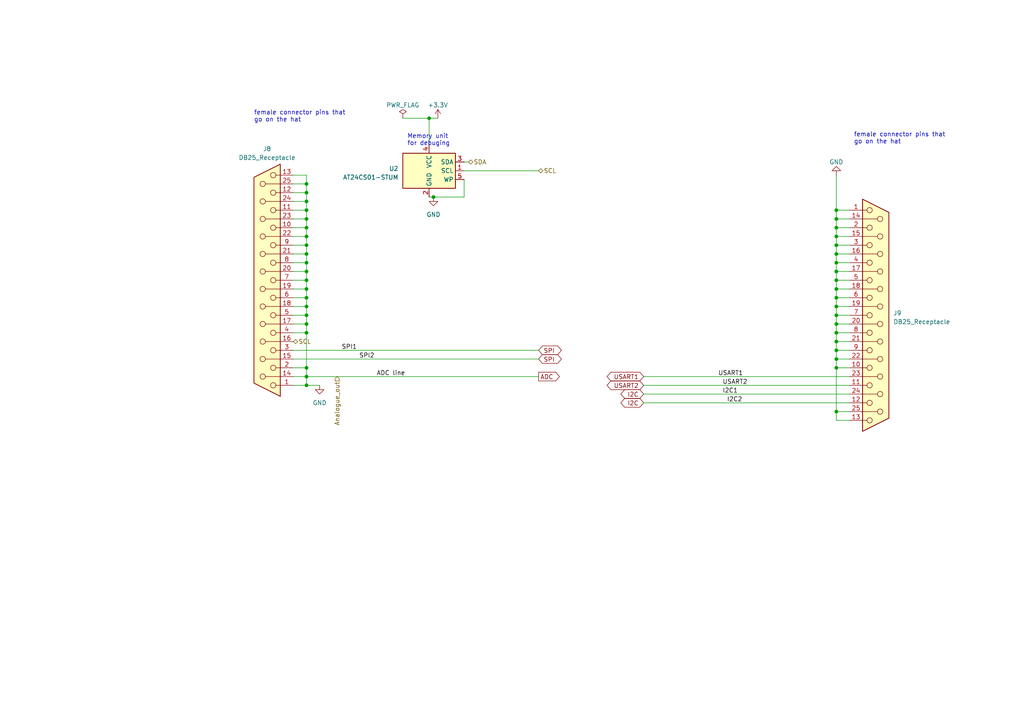
<source format=kicad_sch>
(kicad_sch (version 20230121) (generator eeschema)
  (paper "A4")
  (lib_symbols
    (symbol "Custom spi connector:DB25_Receptacle" (pin_names (offset 1.016) hide)
      (property "Reference" "J" (at 0 34.29 0))
      (property "Value" "DB25_Receptacle" (at 0 -34.925 0))
      (symbol "DB25_Receptacle_0_1"
        (circle (center -1.778 -30.48) (radius 0.762))
        (circle (center -1.778 -25.4) (radius 0.762))
        (circle (center -1.778 -20.32) (radius 0.762))
        (circle (center -1.778 -15.24) (radius 0.762))
        (circle (center -1.778 -10.16) (radius 0.762))
        (circle (center -1.778 -5.08) (radius 0.762))
        (circle (center -1.778 0) (radius 0.762))
        (circle (center -1.778 5.08) (radius 0.762))
        (circle (center -1.778 10.16) (radius 0.762))
        (circle (center -1.778 15.24) (radius 0.762))
        (circle (center -1.778 20.32) (radius 0.762))
        (circle (center -1.778 25.4) (radius 0.762))
        (circle (center -1.778 30.48) (radius 0.762))
        (polyline (pts (xy -3.81 -30.48) (xy -2.54 -30.48)))
        (polyline (pts (xy -3.81 -27.94) (xy 0.508 -27.94)))
        (polyline (pts (xy -3.81 -25.4) (xy -2.54 -25.4)))
        (polyline (pts (xy -3.81 -22.86) (xy 0.508 -22.86)))
        (polyline (pts (xy -3.81 -20.32) (xy -2.54 -20.32)))
        (polyline (pts (xy -3.81 -17.78) (xy 0.508 -17.78)))
        (polyline (pts (xy -3.81 -15.24) (xy -2.54 -15.24)))
        (polyline (pts (xy -3.81 -12.7) (xy 0.508 -12.7)))
        (polyline (pts (xy -3.81 -10.16) (xy -2.54 -10.16)))
        (polyline (pts (xy -3.81 -7.62) (xy 0.508 -7.62)))
        (polyline (pts (xy -3.81 -5.08) (xy -2.54 -5.08)))
        (polyline (pts (xy -3.81 -2.54) (xy 0.508 -2.54)))
        (polyline (pts (xy -3.81 0) (xy -2.54 0)))
        (polyline (pts (xy -3.81 2.54) (xy 0.508 2.54)))
        (polyline (pts (xy -3.81 5.08) (xy -2.54 5.08)))
        (polyline (pts (xy -3.81 7.62) (xy 0.508 7.62)))
        (polyline (pts (xy -3.81 10.16) (xy -2.54 10.16)))
        (polyline (pts (xy -3.81 12.7) (xy 0.508 12.7)))
        (polyline (pts (xy -3.81 15.24) (xy -2.54 15.24)))
        (polyline (pts (xy -3.81 17.78) (xy 0.508 17.78)))
        (polyline (pts (xy -3.81 20.32) (xy -2.54 20.32)))
        (polyline (pts (xy -3.81 22.86) (xy 0.508 22.86)))
        (polyline (pts (xy -3.81 25.4) (xy -2.54 25.4)))
        (polyline (pts (xy -3.81 27.94) (xy 0.508 27.94)))
        (polyline (pts (xy -3.81 30.48) (xy -2.54 30.48)))
        (polyline (pts (xy -3.81 33.655) (xy 3.81 29.845) (xy 3.81 -29.845) (xy -3.81 -33.655) (xy -3.81 33.655)) (stroke (width 0.254)) (fill (type background)))
        (circle (center 1.27 -27.94) (radius 0.762))
        (circle (center 1.27 -22.86) (radius 0.762))
        (circle (center 1.27 -17.78) (radius 0.762))
        (circle (center 1.27 -12.7) (radius 0.762))
        (circle (center 1.27 -7.62) (radius 0.762))
        (circle (center 1.27 -2.54) (radius 0.762))
        (circle (center 1.27 2.54) (radius 0.762))
        (circle (center 1.27 7.62) (radius 0.762))
        (circle (center 1.27 12.7) (radius 0.762))
        (circle (center 1.27 17.78) (radius 0.762))
        (circle (center 1.27 22.86) (radius 0.762))
        (circle (center 1.27 27.94) (radius 0.762))
      )
      (symbol "DB25_Receptacle_1_1"
        (pin passive line (at -7.62 30.48 0) (length 3.81) (name "1") (number "1"))
        (pin passive line (at -7.62 -15.24 0) (length 3.81) (name "10") (number "10"))
        (pin passive line (at -7.62 -20.32 0) (length 3.81) (name "11") (number "11"))
        (pin passive line (at -7.62 -25.4 0) (length 3.81) (name "12") (number "12"))
        (pin passive line (at -7.62 -30.48 0) (length 3.81) (name "13") (number "13"))
        (pin passive line (at -7.62 27.94 0) (length 3.81) (name "P14") (number "14"))
        (pin passive line (at -7.62 22.86 0) (length 3.81) (name "P15") (number "15"))
        (pin passive line (at -7.62 17.78 0) (length 3.81) (name "P16") (number "16"))
        (pin passive line (at -7.62 12.7 0) (length 3.81) (name "P17") (number "17"))
        (pin passive line (at -7.62 7.62 0) (length 3.81) (name "P18") (number "18"))
        (pin passive line (at -7.62 2.54 0) (length 3.81) (name "P19") (number "19"))
        (pin passive line (at -7.62 25.4 0) (length 3.81) (name "2") (number "2"))
        (pin passive line (at -7.62 -2.54 0) (length 3.81) (name "P20") (number "20"))
        (pin passive line (at -7.62 -7.62 0) (length 3.81) (name "P21") (number "21"))
        (pin passive line (at -7.62 -12.7 0) (length 3.81) (name "P22") (number "22"))
        (pin passive line (at -7.62 -17.78 0) (length 3.81) (name "P23") (number "23"))
        (pin passive line (at -7.62 -22.86 0) (length 3.81) (name "P24") (number "24"))
        (pin passive line (at -7.62 -27.94 0) (length 3.81) (name "P25") (number "25"))
        (pin passive line (at -7.62 20.32 0) (length 3.81) (name "3") (number "3"))
        (pin passive line (at -7.62 15.24 0) (length 3.81) (name "4") (number "4"))
        (pin passive line (at -7.62 10.16 0) (length 3.81) (name "5") (number "5"))
        (pin passive line (at -7.62 5.08 0) (length 3.81) (name "6") (number "6"))
        (pin passive line (at -7.62 0 0) (length 3.81) (name "7") (number "7"))
        (pin passive line (at -7.62 -5.08 0) (length 3.81) (name "8") (number "8"))
        (pin passive line (at -7.62 -10.16 0) (length 3.81) (name "9") (number "9"))
      )
    )
    (symbol "Memory_EEPROM:AT24CS01-STUM"
      (property "Reference" "U" (at -7.62 6.35 0))
      (property "Value" "AT24CS01-STUM" (at 2.54 -6.35 0))
      (symbol "AT24CS01-STUM_1_1"
        (rectangle (start -7.62 5.08) (end 7.62 -5.08) (stroke (width 0.254)) (fill (type background)))
        (pin input line (at 10.16 0 180) (length 2.54) (name "SCL") (number "1"))
        (pin power_in line (at 0 -7.62 90) (length 2.54) (name "GND") (number "2"))
        (pin bidirectional line (at 10.16 2.54 180) (length 2.54) (name "SDA") (number "3"))
        (pin power_in line (at 0 7.62 270) (length 2.54) (name "VCC") (number "4"))
        (pin input line (at 10.16 -2.54 180) (length 2.54) (name "WP") (number "5"))
      )
    )
    (symbol "power:+3.3V" (power) (pin_names (offset 0))
      (property "Value" "+3.3V" (at 0 3.556 0))
      (symbol "+3.3V_0_1"
        (polyline (pts (xy -0.762 1.27) (xy 0 2.54)))
        (polyline (pts (xy 0 0) (xy 0 2.54)))
        (polyline (pts (xy 0 2.54) (xy 0.762 1.27)))
      )
      (symbol "+3.3V_1_1"
        (pin power_in line (at 0 0 90) (length 0) hide (name "+3.3V") (number "1"))
      )
    )
    (symbol "power:GND" (power) (pin_names (offset 0))
      (property "Value" "GND" (at 0 -3.81 0))
      (symbol "GND_0_1"
        (polyline (pts (xy 0 0) (xy 0 -1.27) (xy 1.27 -1.27) (xy 0 -2.54) (xy -1.27 -1.27) (xy 0 -1.27)))
      )
      (symbol "GND_1_1"
        (pin power_in line (at 0 0 270) (length 0) hide (name "GND") (number "1"))
      )
    )
    (symbol "power:PWR_FLAG" (power) (pin_numbers hide) (pin_names (offset 0) hide)
      (property "Value" "PWR_FLAG" (at 0 3.81 0))
      (symbol "PWR_FLAG_0_0"
        (pin power_out line (at 0 0 90) (length 0) (name "pwr") (number "1"))
      )
      (symbol "PWR_FLAG_0_1"
        (polyline (pts (xy 0 0) (xy 0 1.27) (xy -1.016 1.905) (xy 0 2.54) (xy 1.016 1.905) (xy 0 1.27)))
      )
    )
  )
  (junction (at 242.57 81.28))
  (junction (at 88.9 96.52))
  (junction (at 88.9 93.98))
  (junction (at 242.57 83.82))
  (junction (at 88.9 71.12))
  (junction (at 242.57 66.04))
  (junction (at 88.9 111.76))
  (junction (at 242.57 76.2))
  (junction (at 242.57 104.14))
  (junction (at 88.9 91.44))
  (junction (at 88.9 58.42))
  (junction (at 242.57 60.96))
  (junction (at 88.9 86.36))
  (junction (at 88.9 60.96))
  (junction (at 242.57 78.74))
  (junction (at 242.57 88.9))
  (junction (at 242.57 91.44))
  (junction (at 88.9 73.66))
  (junction (at 88.9 88.9))
  (junction (at 242.57 86.36))
  (junction (at 88.9 55.88))
  (junction (at 242.57 68.58))
  (junction (at 88.9 66.04))
  (junction (at 88.9 81.28))
  (junction (at 242.57 106.68))
  (junction (at 242.57 99.06))
  (junction (at 124.46 34.29))
  (junction (at 242.57 71.12))
  (junction (at 242.57 96.52))
  (junction (at 242.57 119.38))
  (junction (at 88.9 76.2))
  (junction (at 88.9 109.22))
  (junction (at 242.57 101.6))
  (junction (at 88.9 53.34))
  (junction (at 88.9 63.5))
  (junction (at 88.9 106.68))
  (junction (at 125.73 57.15))
  (junction (at 88.9 83.82))
  (junction (at 242.57 93.98))
  (junction (at 242.57 73.66))
  (junction (at 88.9 78.74))
  (junction (at 242.57 63.5))
  (junction (at 88.9 68.58))
  (wire (pts (xy 88.9 68.58) (xy 88.9 66.04)))
  (wire (pts (xy 88.9 96.52) (xy 88.9 106.68)))
  (wire (pts (xy 85.09 76.2) (xy 88.9 76.2)))
  (wire (pts (xy 246.38 66.04) (xy 242.57 66.04)))
  (wire (pts (xy 124.46 34.29) (xy 127 34.29)))
  (wire (pts (xy 246.38 83.82) (xy 242.57 83.82)))
  (wire (pts (xy 88.9 58.42) (xy 88.9 55.88)))
  (wire (pts (xy 242.57 66.04) (xy 242.57 68.58)))
  (wire (pts (xy 88.9 55.88) (xy 88.9 53.34)))
  (wire (pts (xy 85.09 78.74) (xy 88.9 78.74)))
  (wire (pts (xy 85.09 71.12) (xy 88.9 71.12)))
  (wire (pts (xy 88.9 88.9) (xy 88.9 86.36)))
  (wire (pts (xy 186.69 114.3) (xy 246.38 114.3)))
  (wire (pts (xy 88.9 60.96) (xy 88.9 58.42)))
  (wire (pts (xy 242.57 101.6) (xy 242.57 104.14)))
  (wire (pts (xy 242.57 106.68) (xy 242.57 119.38)))
  (wire (pts (xy 85.09 53.34) (xy 88.9 53.34)))
  (wire (pts (xy 246.38 71.12) (xy 242.57 71.12)))
  (wire (pts (xy 242.57 71.12) (xy 242.57 73.66)))
  (wire (pts (xy 88.9 86.36) (xy 88.9 83.82)))
  (wire (pts (xy 246.38 104.14) (xy 242.57 104.14)))
  (wire (pts (xy 246.38 101.6) (xy 242.57 101.6)))
  (wire (pts (xy 88.9 111.76) (xy 85.09 111.76)))
  (wire (pts (xy 246.38 91.44) (xy 242.57 91.44)))
  (wire (pts (xy 85.09 63.5) (xy 88.9 63.5)))
  (wire (pts (xy 242.57 93.98) (xy 242.57 96.52)))
  (wire (pts (xy 125.73 57.15) (xy 124.46 57.15)))
  (wire (pts (xy 116.84 34.29) (xy 124.46 34.29)))
  (wire (pts (xy 242.57 121.92) (xy 246.38 121.92)))
  (wire (pts (xy 88.9 63.5) (xy 88.9 60.96)))
  (wire (pts (xy 242.57 83.82) (xy 242.57 86.36)))
  (wire (pts (xy 246.38 99.06) (xy 242.57 99.06)))
  (wire (pts (xy 242.57 78.74) (xy 242.57 81.28)))
  (wire (pts (xy 85.09 106.68) (xy 88.9 106.68)))
  (wire (pts (xy 186.69 116.84) (xy 246.38 116.84)))
  (wire (pts (xy 88.9 109.22) (xy 156.21 109.22)))
  (wire (pts (xy 88.9 91.44) (xy 88.9 88.9)))
  (wire (pts (xy 242.57 106.68) (xy 246.38 106.68)))
  (wire (pts (xy 85.09 66.04) (xy 88.9 66.04)))
  (wire (pts (xy 85.09 83.82) (xy 88.9 83.82)))
  (wire (pts (xy 242.57 96.52) (xy 242.57 99.06)))
  (wire (pts (xy 242.57 81.28) (xy 242.57 83.82)))
  (wire (pts (xy 85.09 93.98) (xy 88.9 93.98)))
  (wire (pts (xy 246.38 86.36) (xy 242.57 86.36)))
  (wire (pts (xy 246.38 60.96) (xy 242.57 60.96)))
  (wire (pts (xy 134.62 52.07) (xy 134.62 57.15)))
  (wire (pts (xy 85.09 88.9) (xy 88.9 88.9)))
  (wire (pts (xy 85.09 68.58) (xy 88.9 68.58)))
  (wire (pts (xy 85.09 86.36) (xy 88.9 86.36)))
  (wire (pts (xy 88.9 66.04) (xy 88.9 63.5)))
  (wire (pts (xy 88.9 71.12) (xy 88.9 68.58)))
  (wire (pts (xy 242.57 63.5) (xy 242.57 60.96)))
  (wire (pts (xy 246.38 76.2) (xy 242.57 76.2)))
  (wire (pts (xy 246.38 73.66) (xy 242.57 73.66)))
  (wire (pts (xy 242.57 104.14) (xy 242.57 106.68)))
  (wire (pts (xy 88.9 78.74) (xy 88.9 76.2)))
  (wire (pts (xy 242.57 88.9) (xy 242.57 91.44)))
  (wire (pts (xy 88.9 83.82) (xy 88.9 81.28)))
  (wire (pts (xy 246.38 81.28) (xy 242.57 81.28)))
  (wire (pts (xy 246.38 88.9) (xy 242.57 88.9)))
  (wire (pts (xy 88.9 106.68) (xy 88.9 109.22)))
  (wire (pts (xy 85.09 91.44) (xy 88.9 91.44)))
  (wire (pts (xy 88.9 81.28) (xy 88.9 78.74)))
  (wire (pts (xy 242.57 119.38) (xy 242.57 121.92)))
  (wire (pts (xy 88.9 73.66) (xy 88.9 71.12)))
  (wire (pts (xy 186.69 111.76) (xy 246.38 111.76)))
  (wire (pts (xy 242.57 50.8) (xy 242.57 60.96)))
  (wire (pts (xy 242.57 66.04) (xy 242.57 63.5)))
  (wire (pts (xy 246.38 96.52) (xy 242.57 96.52)))
  (wire (pts (xy 186.69 109.22) (xy 246.38 109.22)))
  (wire (pts (xy 85.09 109.22) (xy 88.9 109.22)))
  (wire (pts (xy 242.57 76.2) (xy 242.57 78.74)))
  (wire (pts (xy 88.9 91.44) (xy 88.9 93.98)))
  (wire (pts (xy 242.57 68.58) (xy 242.57 71.12)))
  (wire (pts (xy 124.46 34.29) (xy 124.46 41.91)))
  (wire (pts (xy 88.9 50.8) (xy 85.09 50.8)))
  (wire (pts (xy 85.09 101.6) (xy 156.21 101.6)))
  (wire (pts (xy 85.09 55.88) (xy 88.9 55.88)))
  (wire (pts (xy 246.38 93.98) (xy 242.57 93.98)))
  (wire (pts (xy 85.09 73.66) (xy 88.9 73.66)))
  (wire (pts (xy 88.9 53.34) (xy 88.9 50.8)))
  (wire (pts (xy 85.09 96.52) (xy 88.9 96.52)))
  (wire (pts (xy 246.38 119.38) (xy 242.57 119.38)))
  (wire (pts (xy 242.57 99.06) (xy 242.57 101.6)))
  (wire (pts (xy 92.71 111.76) (xy 88.9 111.76)))
  (wire (pts (xy 88.9 93.98) (xy 88.9 96.52)))
  (wire (pts (xy 242.57 91.44) (xy 242.57 93.98)))
  (wire (pts (xy 135.89 46.99) (xy 134.62 46.99)))
  (wire (pts (xy 246.38 63.5) (xy 242.57 63.5)))
  (wire (pts (xy 246.38 68.58) (xy 242.57 68.58)))
  (wire (pts (xy 85.09 104.14) (xy 156.21 104.14)))
  (wire (pts (xy 134.62 57.15) (xy 125.73 57.15)))
  (wire (pts (xy 88.9 76.2) (xy 88.9 73.66)))
  (wire (pts (xy 88.9 109.22) (xy 88.9 111.76)))
  (wire (pts (xy 134.62 49.53) (xy 156.21 49.53)))
  (wire (pts (xy 246.38 78.74) (xy 242.57 78.74)))
  (wire (pts (xy 85.09 81.28) (xy 88.9 81.28)))
  (wire (pts (xy 85.09 60.96) (xy 88.9 60.96)))
  (wire (pts (xy 85.09 58.42) (xy 88.9 58.42)))
  (wire (pts (xy 242.57 73.66) (xy 242.57 76.2)))
  (wire (pts (xy 242.57 86.36) (xy 242.57 88.9)))
  (text "female connector pins that\ngo on the hat\n" (at 73.66 35.56 0) (effects (font (size 1.27 1.27)) (justify left bottom)))
  (text "female connector pins that\ngo on the hat\n" (at 247.65 41.91 0) (effects (font (size 1.27 1.27)) (justify left bottom)))
  (text "Memory unit\nfor debuging\n\n" (at 118.11 44.45 0) (effects (font (size 1.27 1.27)) (justify left bottom)))
  (label "I2C2" (at 210.82 116.84 0))
  (label "SPI2" (at 104.14 104.14 0))
  (label "ADC line" (at 109.22 109.22 0))
  (label "USART2" (at 209.55 111.76 0))
  (label "USART1" (at 208.28 109.22 0))
  (label "I2C1" (at 209.55 114.3 0))
  (label "SPI1" (at 99.06 101.6 0))
  (global_label "USART2" (shape bidirectional) (at 186.69 111.76 180) (property "Intersheetrefs" "${INTERSHEET_REFS}" (effects hide)))
  (global_label "ADC" (shape output) (at 156.21 109.22 0) (property "Intersheetrefs" "${INTERSHEET_REFS}" (effects hide)))
  (global_label "SPI" (shape bidirectional) (at 156.21 104.14 0) (property "Intersheetrefs" "${INTERSHEET_REFS}" (effects hide)))
  (global_label "I2C" (shape bidirectional) (at 186.69 114.3 180) (property "Intersheetrefs" "${INTERSHEET_REFS}" (effects hide)))
  (global_label "SPI" (shape bidirectional) (at 156.21 101.6 0) (property "Intersheetrefs" "${INTERSHEET_REFS}" (effects hide)))
  (global_label "I2C" (shape bidirectional) (at 186.69 116.84 180) (property "Intersheetrefs" "${INTERSHEET_REFS}" (effects hide)))
  (global_label "USART1" (shape bidirectional) (at 186.69 109.22 180) (property "Intersheetrefs" "${INTERSHEET_REFS}" (effects hide)))
  (hierarchical_label "SDA" (shape bidirectional) (at 135.89 46.99 0))
  (hierarchical_label "SCL" (shape bidirectional) (at 85.09 99.06 0))
  (hierarchical_label "Analogue_out" (shape input) (at 97.79 109.22 270))
  (hierarchical_label "SCL" (shape bidirectional) (at 156.21 49.53 0))
  (symbol (lib_id "power:GND") (at 242.57 50.8 180) (unit 1)
    (property "Reference" "#PWR015" (effects hide))
    (property "Value" "GND" (at 242.57 46.99 0))
  )
  (symbol (lib_id "Custom spi connector:DB25_Receptacle") (at 77.47 81.28 180) (unit 1)
    (property "Reference" "J8" (at 77.47 43.18 0))
    (property "Value" "DB25_Receptacle" (at 77.47 45.72 0))
    (property "Datasheet" " ~" (effects hide))
  )
  (symbol (lib_id "power:GND") (at 92.71 111.76 0) (unit 1)
    (property "Reference" "#PWR012" (effects hide))
    (property "Value" "GND" (at 92.71 116.84 0))
  )
  (symbol (lib_id "power:GND") (at 125.73 57.15 0) (unit 1)
    (property "Reference" "#PWR013" (effects hide))
    (property "Value" "GND" (at 125.73 62.23 0))
  )
  (symbol (lib_id "Memory_EEPROM:AT24CS01-STUM") (at 124.46 49.53 0) (unit 1)
    (property "Reference" "U2" (at 115.57 48.895 0) (effects (justify right)))
    (property "Value" "AT24CS01-STUM" (at 115.57 51.435 0) (effects (justify right)))
    (property "Footprint" "Package_TO_SOT_SMD:SOT-23-5" (effects hide))
    (property "Datasheet" "http://ww1.microchip.com/downloads/en/DeviceDoc/Atmel-8815-SEEPROM-AT24CS01-02-Datasheet.pdf" (effects hide))
  )
  (symbol (lib_id "Custom spi connector:DB25_Receptacle") (at 254 91.44 0) (unit 1)
    (property "Reference" "J9" (at 259.08 90.805 0) (effects (justify left)))
    (property "Value" "DB25_Receptacle" (at 259.08 93.345 0) (effects (justify left)))
    (property "Datasheet" " ~" (effects hide))
  )
  (symbol (lib_id "power:+3.3V") (at 127 34.29 0) (unit 1)
    (property "Reference" "#PWR014" (effects hide))
    (property "Value" "+3.3V" (at 127 30.48 0))
  )
  (symbol (lib_id "power:PWR_FLAG") (at 116.84 34.29 0) (unit 1)
    (property "Reference" "#FLG08" (effects hide))
    (property "Value" "PWR_FLAG" (at 116.84 30.48 0))
  )
)
</source>
